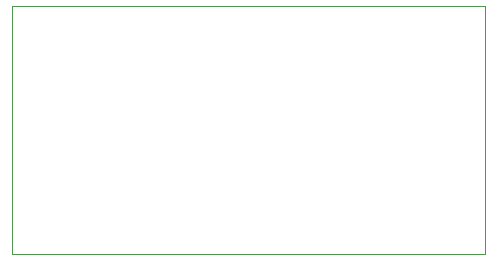
<source format=gko>
G04*
G04 #@! TF.GenerationSoftware,Altium Limited,Altium Designer,21.0.9 (235)*
G04*
G04 Layer_Color=16711935*
%FSTAX24Y24*%
%MOIN*%
G70*
G04*
G04 #@! TF.SameCoordinates,2BB606B7-502A-413E-8362-7AFD42C930D0*
G04*
G04*
G04 #@! TF.FilePolarity,Positive*
G04*
G01*
G75*
%ADD50C,0.0030*%
D50*
X033465Y025591D02*
X049213D01*
X033465D02*
Y033858D01*
X049213D01*
Y025591D02*
Y033858D01*
M02*

</source>
